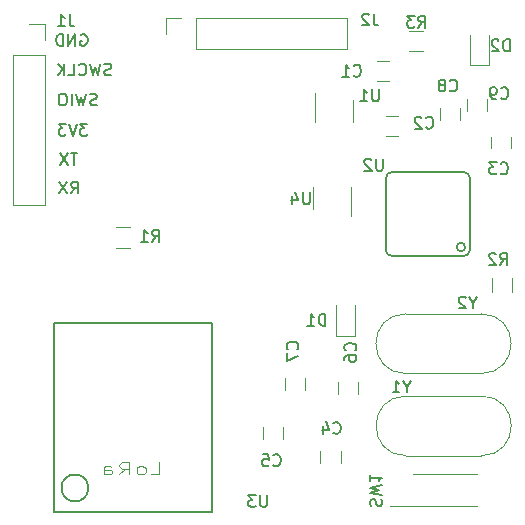
<source format=gbo>
G04 #@! TF.GenerationSoftware,KiCad,Pcbnew,5.1.7-a382d34a8~88~ubuntu18.04.1*
G04 #@! TF.CreationDate,2021-07-31T18:48:42+05:30*
G04 #@! TF.ProjectId,FrontEnd_HeavyDevice_v1,46726f6e-7445-46e6-945f-486561767944,rev?*
G04 #@! TF.SameCoordinates,Original*
G04 #@! TF.FileFunction,Legend,Bot*
G04 #@! TF.FilePolarity,Positive*
%FSLAX46Y46*%
G04 Gerber Fmt 4.6, Leading zero omitted, Abs format (unit mm)*
G04 Created by KiCad (PCBNEW 5.1.7-a382d34a8~88~ubuntu18.04.1) date 2021-07-31 18:48:42*
%MOMM*%
%LPD*%
G01*
G04 APERTURE LIST*
%ADD10C,0.150000*%
%ADD11C,0.120000*%
%ADD12C,0.125000*%
G04 APERTURE END LIST*
D10*
X102198466Y-91412320D02*
X102531800Y-90936130D01*
X102769895Y-91412320D02*
X102769895Y-90412320D01*
X102388942Y-90412320D01*
X102293704Y-90459940D01*
X102246085Y-90507559D01*
X102198466Y-90602797D01*
X102198466Y-90745654D01*
X102246085Y-90840892D01*
X102293704Y-90888511D01*
X102388942Y-90936130D01*
X102769895Y-90936130D01*
X101865133Y-90412320D02*
X101198466Y-91412320D01*
X101198466Y-90412320D02*
X101865133Y-91412320D01*
X102720044Y-88004400D02*
X102148616Y-88004400D01*
X102434330Y-89004400D02*
X102434330Y-88004400D01*
X101910520Y-88004400D02*
X101243854Y-89004400D01*
X101243854Y-88004400D02*
X101910520Y-89004400D01*
X103559455Y-85525360D02*
X102940407Y-85525360D01*
X103273740Y-85906313D01*
X103130883Y-85906313D01*
X103035645Y-85953932D01*
X102988026Y-86001551D01*
X102940407Y-86096789D01*
X102940407Y-86334884D01*
X102988026Y-86430122D01*
X103035645Y-86477741D01*
X103130883Y-86525360D01*
X103416598Y-86525360D01*
X103511836Y-86477741D01*
X103559455Y-86430122D01*
X102654693Y-85525360D02*
X102321360Y-86525360D01*
X101988026Y-85525360D01*
X101749931Y-85525360D02*
X101130883Y-85525360D01*
X101464217Y-85906313D01*
X101321360Y-85906313D01*
X101226121Y-85953932D01*
X101178502Y-86001551D01*
X101130883Y-86096789D01*
X101130883Y-86334884D01*
X101178502Y-86430122D01*
X101226121Y-86477741D01*
X101321360Y-86525360D01*
X101607074Y-86525360D01*
X101702312Y-86477741D01*
X101749931Y-86430122D01*
X105576404Y-81382501D02*
X105433547Y-81430120D01*
X105195452Y-81430120D01*
X105100214Y-81382501D01*
X105052595Y-81334882D01*
X105004976Y-81239644D01*
X105004976Y-81144406D01*
X105052595Y-81049168D01*
X105100214Y-81001549D01*
X105195452Y-80953930D01*
X105385928Y-80906311D01*
X105481166Y-80858692D01*
X105528785Y-80811073D01*
X105576404Y-80715835D01*
X105576404Y-80620597D01*
X105528785Y-80525359D01*
X105481166Y-80477740D01*
X105385928Y-80430120D01*
X105147833Y-80430120D01*
X105004976Y-80477740D01*
X104671642Y-80430120D02*
X104433547Y-81430120D01*
X104243071Y-80715835D01*
X104052595Y-81430120D01*
X103814500Y-80430120D01*
X102862119Y-81334882D02*
X102909738Y-81382501D01*
X103052595Y-81430120D01*
X103147833Y-81430120D01*
X103290690Y-81382501D01*
X103385928Y-81287263D01*
X103433547Y-81192025D01*
X103481166Y-81001549D01*
X103481166Y-80858692D01*
X103433547Y-80668216D01*
X103385928Y-80572978D01*
X103290690Y-80477740D01*
X103147833Y-80430120D01*
X103052595Y-80430120D01*
X102909738Y-80477740D01*
X102862119Y-80525359D01*
X101957357Y-81430120D02*
X102433547Y-81430120D01*
X102433547Y-80430120D01*
X101624023Y-81430120D02*
X101624023Y-80430120D01*
X101052595Y-81430120D02*
X101481166Y-80858692D01*
X101052595Y-80430120D02*
X101624023Y-81001549D01*
X104379827Y-83925041D02*
X104236970Y-83972660D01*
X103998875Y-83972660D01*
X103903637Y-83925041D01*
X103856018Y-83877422D01*
X103808399Y-83782184D01*
X103808399Y-83686946D01*
X103856018Y-83591708D01*
X103903637Y-83544089D01*
X103998875Y-83496470D01*
X104189351Y-83448851D01*
X104284589Y-83401232D01*
X104332208Y-83353613D01*
X104379827Y-83258375D01*
X104379827Y-83163137D01*
X104332208Y-83067899D01*
X104284589Y-83020280D01*
X104189351Y-82972660D01*
X103951256Y-82972660D01*
X103808399Y-83020280D01*
X103475065Y-82972660D02*
X103236970Y-83972660D01*
X103046494Y-83258375D01*
X102856018Y-83972660D01*
X102617922Y-82972660D01*
X102236970Y-83972660D02*
X102236970Y-82972660D01*
X101570303Y-82972660D02*
X101379827Y-82972660D01*
X101284589Y-83020280D01*
X101189351Y-83115518D01*
X101141732Y-83305994D01*
X101141732Y-83639327D01*
X101189351Y-83829803D01*
X101284589Y-83925041D01*
X101379827Y-83972660D01*
X101570303Y-83972660D01*
X101665541Y-83925041D01*
X101760780Y-83829803D01*
X101808399Y-83639327D01*
X101808399Y-83305994D01*
X101760780Y-83115518D01*
X101665541Y-83020280D01*
X101570303Y-82972660D01*
X103012144Y-77988540D02*
X103107382Y-77940920D01*
X103250240Y-77940920D01*
X103393097Y-77988540D01*
X103488335Y-78083778D01*
X103535954Y-78179016D01*
X103583573Y-78369492D01*
X103583573Y-78512349D01*
X103535954Y-78702825D01*
X103488335Y-78798063D01*
X103393097Y-78893301D01*
X103250240Y-78940920D01*
X103155001Y-78940920D01*
X103012144Y-78893301D01*
X102964525Y-78845682D01*
X102964525Y-78512349D01*
X103155001Y-78512349D01*
X102535954Y-78940920D02*
X102535954Y-77940920D01*
X101964525Y-78940920D01*
X101964525Y-77940920D01*
X101488335Y-78940920D02*
X101488335Y-77940920D01*
X101250240Y-77940920D01*
X101107382Y-77988540D01*
X101012144Y-78083778D01*
X100964525Y-78179016D01*
X100916906Y-78369492D01*
X100916906Y-78512349D01*
X100964525Y-78702825D01*
X101012144Y-78798063D01*
X101107382Y-78893301D01*
X101250240Y-78940920D01*
X101488335Y-78940920D01*
D11*
X110210000Y-76560000D02*
X110210000Y-77890000D01*
X111540000Y-76560000D02*
X110210000Y-76560000D01*
X112810000Y-76560000D02*
X112810000Y-79220000D01*
X112810000Y-79220000D02*
X125570000Y-79220000D01*
X112810000Y-76560000D02*
X125570000Y-76560000D01*
X125570000Y-76560000D02*
X125570000Y-79220000D01*
X99953100Y-77069600D02*
X98623100Y-77069600D01*
X99953100Y-78399600D02*
X99953100Y-77069600D01*
X99953100Y-79669600D02*
X97293100Y-79669600D01*
X97293100Y-79669600D02*
X97293100Y-92429600D01*
X99953100Y-79669600D02*
X99953100Y-92429600D01*
X99953100Y-92429600D02*
X97293100Y-92429600D01*
D10*
X135448000Y-96720700D02*
X129352000Y-96720700D01*
X128844000Y-96212700D02*
X128844000Y-90116700D01*
X129352000Y-89608700D02*
X135448000Y-89608700D01*
X135956000Y-90116700D02*
X135956000Y-96212700D01*
X135553210Y-95958700D02*
G75*
G03*
X135553210Y-95958700I-359210J0D01*
G01*
X128844000Y-90116700D02*
G75*
G02*
X129352000Y-89608700I508000J0D01*
G01*
X129352000Y-96720700D02*
G75*
G02*
X128844000Y-96212700I0J508000D01*
G01*
X135448000Y-89608700D02*
G75*
G02*
X135956000Y-90116700I0J-508000D01*
G01*
X135956000Y-96212700D02*
G75*
G02*
X135448000Y-96720700I-508000J0D01*
G01*
D11*
X129088000Y-81937000D02*
X128088000Y-81937000D01*
X128088000Y-80237000D02*
X129088000Y-80237000D01*
X128847000Y-84900400D02*
X129847000Y-84900400D01*
X129847000Y-86600400D02*
X128847000Y-86600400D01*
X139463000Y-86614400D02*
X139463000Y-87614400D01*
X137763000Y-87614400D02*
X137763000Y-86614400D01*
X125003000Y-113241000D02*
X125003000Y-114241000D01*
X123303000Y-114241000D02*
X123303000Y-113241000D01*
X118416000Y-112199000D02*
X118416000Y-111199000D01*
X120116000Y-111199000D02*
X120116000Y-112199000D01*
X124761000Y-108404000D02*
X124761000Y-107404000D01*
X126461000Y-107404000D02*
X126461000Y-108404000D01*
X122026000Y-107064000D02*
X122026000Y-108064000D01*
X120326000Y-108064000D02*
X120326000Y-107064000D01*
X133440000Y-85181100D02*
X133440000Y-84181100D01*
X135140000Y-84181100D02*
X135140000Y-85181100D01*
X137388000Y-83443700D02*
X137388000Y-84443700D01*
X135688000Y-84443700D02*
X135688000Y-83443700D01*
X126230000Y-103451000D02*
X124630000Y-103451000D01*
X124630000Y-103451000D02*
X124630000Y-100851000D01*
X126230000Y-103451000D02*
X126230000Y-100851000D01*
X137538000Y-80586400D02*
X137538000Y-77986400D01*
X135938000Y-80586400D02*
X135938000Y-77986400D01*
X137538000Y-80586400D02*
X135938000Y-80586400D01*
X105956000Y-96048700D02*
X107156000Y-96048700D01*
X107156000Y-94288700D02*
X105956000Y-94288700D01*
X137791000Y-98581900D02*
X137791000Y-99781900D01*
X139551000Y-99781900D02*
X139551000Y-98581900D01*
X131974000Y-77636500D02*
X130774000Y-77636500D01*
X130774000Y-79396500D02*
X131974000Y-79396500D01*
X131135000Y-115205000D02*
X136535000Y-115205000D01*
X129225000Y-117865000D02*
X136535000Y-117865000D01*
X122840000Y-85334700D02*
X122840000Y-82884700D01*
X126060000Y-83534700D02*
X126060000Y-85334700D01*
D10*
X103654175Y-116360000D02*
G75*
G03*
X103654175Y-116360000I-1140175J0D01*
G01*
X100714000Y-102360000D02*
X100714000Y-118360000D01*
X100714000Y-118360000D02*
X114114000Y-118360000D01*
X114114000Y-118360000D02*
X114114000Y-102370000D01*
X114114000Y-102370000D02*
X100714000Y-102360000D01*
D11*
X122675000Y-92718500D02*
X122675000Y-90918500D01*
X125895000Y-90918500D02*
X125895000Y-93368500D01*
X136937000Y-108572000D02*
X130537000Y-108572000D01*
X136937000Y-113622000D02*
X130537000Y-113622000D01*
X136937000Y-113622000D02*
G75*
G03*
X136937000Y-108572000I0J2525000D01*
G01*
X130537000Y-113622000D02*
G75*
G02*
X130537000Y-108572000I0J2525000D01*
G01*
X136922000Y-106665000D02*
X130522000Y-106665000D01*
X136922000Y-101615000D02*
X130522000Y-101615000D01*
X130522000Y-106665000D02*
G75*
G02*
X130522000Y-101615000I0J2525000D01*
G01*
X136922000Y-106665000D02*
G75*
G03*
X136922000Y-101615000I0J2525000D01*
G01*
D10*
X127818473Y-76188320D02*
X127818473Y-76902606D01*
X127866092Y-77045463D01*
X127961330Y-77140701D01*
X128104187Y-77188320D01*
X128199425Y-77188320D01*
X127389901Y-76283559D02*
X127342282Y-76235940D01*
X127247044Y-76188320D01*
X127008949Y-76188320D01*
X126913711Y-76235940D01*
X126866092Y-76283559D01*
X126818473Y-76378797D01*
X126818473Y-76474035D01*
X126866092Y-76616892D01*
X127437520Y-77188320D01*
X126818473Y-77188320D01*
X102073013Y-76261940D02*
X102073013Y-76976226D01*
X102120632Y-77119083D01*
X102215870Y-77214321D01*
X102358727Y-77261940D01*
X102453965Y-77261940D01*
X101073013Y-77261940D02*
X101644441Y-77261940D01*
X101358727Y-77261940D02*
X101358727Y-76261940D01*
X101453965Y-76404798D01*
X101549203Y-76500036D01*
X101644441Y-76547655D01*
X128589924Y-88494660D02*
X128589924Y-89304184D01*
X128542305Y-89399422D01*
X128494686Y-89447041D01*
X128399448Y-89494660D01*
X128208972Y-89494660D01*
X128113734Y-89447041D01*
X128066115Y-89399422D01*
X128018496Y-89304184D01*
X128018496Y-88494660D01*
X127589924Y-88589899D02*
X127542305Y-88542280D01*
X127447067Y-88494660D01*
X127208972Y-88494660D01*
X127113734Y-88542280D01*
X127066115Y-88589899D01*
X127018496Y-88685137D01*
X127018496Y-88780375D01*
X127066115Y-88923232D01*
X127637543Y-89494660D01*
X127018496Y-89494660D01*
X126107986Y-81431442D02*
X126155605Y-81479061D01*
X126298462Y-81526680D01*
X126393700Y-81526680D01*
X126536558Y-81479061D01*
X126631796Y-81383823D01*
X126679415Y-81288585D01*
X126727034Y-81098109D01*
X126727034Y-80955252D01*
X126679415Y-80764776D01*
X126631796Y-80669538D01*
X126536558Y-80574300D01*
X126393700Y-80526680D01*
X126298462Y-80526680D01*
X126155605Y-80574300D01*
X126107986Y-80621919D01*
X125155605Y-81526680D02*
X125727034Y-81526680D01*
X125441320Y-81526680D02*
X125441320Y-80526680D01*
X125536558Y-80669538D01*
X125631796Y-80764776D01*
X125727034Y-80812395D01*
X132235786Y-85835762D02*
X132283405Y-85883381D01*
X132426262Y-85931000D01*
X132521500Y-85931000D01*
X132664358Y-85883381D01*
X132759596Y-85788143D01*
X132807215Y-85692905D01*
X132854834Y-85502429D01*
X132854834Y-85359572D01*
X132807215Y-85169096D01*
X132759596Y-85073858D01*
X132664358Y-84978620D01*
X132521500Y-84931000D01*
X132426262Y-84931000D01*
X132283405Y-84978620D01*
X132235786Y-85026239D01*
X131854834Y-85026239D02*
X131807215Y-84978620D01*
X131711977Y-84931000D01*
X131473881Y-84931000D01*
X131378643Y-84978620D01*
X131331024Y-85026239D01*
X131283405Y-85121477D01*
X131283405Y-85216715D01*
X131331024Y-85359572D01*
X131902453Y-85931000D01*
X131283405Y-85931000D01*
X138566306Y-89696582D02*
X138613925Y-89744201D01*
X138756782Y-89791820D01*
X138852020Y-89791820D01*
X138994878Y-89744201D01*
X139090116Y-89648963D01*
X139137735Y-89553725D01*
X139185354Y-89363249D01*
X139185354Y-89220392D01*
X139137735Y-89029916D01*
X139090116Y-88934678D01*
X138994878Y-88839440D01*
X138852020Y-88791820D01*
X138756782Y-88791820D01*
X138613925Y-88839440D01*
X138566306Y-88887059D01*
X138232973Y-88791820D02*
X137613925Y-88791820D01*
X137947259Y-89172773D01*
X137804401Y-89172773D01*
X137709163Y-89220392D01*
X137661544Y-89268011D01*
X137613925Y-89363249D01*
X137613925Y-89601344D01*
X137661544Y-89696582D01*
X137709163Y-89744201D01*
X137804401Y-89791820D01*
X138090116Y-89791820D01*
X138185354Y-89744201D01*
X138232973Y-89696582D01*
X124400946Y-111680062D02*
X124448565Y-111727681D01*
X124591422Y-111775300D01*
X124686660Y-111775300D01*
X124829518Y-111727681D01*
X124924756Y-111632443D01*
X124972375Y-111537205D01*
X125019994Y-111346729D01*
X125019994Y-111203872D01*
X124972375Y-111013396D01*
X124924756Y-110918158D01*
X124829518Y-110822920D01*
X124686660Y-110775300D01*
X124591422Y-110775300D01*
X124448565Y-110822920D01*
X124400946Y-110870539D01*
X123543803Y-111108634D02*
X123543803Y-111775300D01*
X123781899Y-110727681D02*
X124019994Y-111441967D01*
X123400946Y-111441967D01*
X119318366Y-114418342D02*
X119365985Y-114465961D01*
X119508842Y-114513580D01*
X119604080Y-114513580D01*
X119746938Y-114465961D01*
X119842176Y-114370723D01*
X119889795Y-114275485D01*
X119937414Y-114085009D01*
X119937414Y-113942152D01*
X119889795Y-113751676D01*
X119842176Y-113656438D01*
X119746938Y-113561200D01*
X119604080Y-113513580D01*
X119508842Y-113513580D01*
X119365985Y-113561200D01*
X119318366Y-113608819D01*
X118413604Y-113513580D02*
X118889795Y-113513580D01*
X118937414Y-113989771D01*
X118889795Y-113942152D01*
X118794557Y-113894533D01*
X118556461Y-113894533D01*
X118461223Y-113942152D01*
X118413604Y-113989771D01*
X118365985Y-114085009D01*
X118365985Y-114323104D01*
X118413604Y-114418342D01*
X118461223Y-114465961D01*
X118556461Y-114513580D01*
X118794557Y-114513580D01*
X118889795Y-114465961D01*
X118937414Y-114418342D01*
X126239922Y-104702033D02*
X126287541Y-104654414D01*
X126335160Y-104511557D01*
X126335160Y-104416319D01*
X126287541Y-104273461D01*
X126192303Y-104178223D01*
X126097065Y-104130604D01*
X125906589Y-104082985D01*
X125763732Y-104082985D01*
X125573256Y-104130604D01*
X125478018Y-104178223D01*
X125382780Y-104273461D01*
X125335160Y-104416319D01*
X125335160Y-104511557D01*
X125382780Y-104654414D01*
X125430399Y-104702033D01*
X125335160Y-105559176D02*
X125335160Y-105368700D01*
X125382780Y-105273461D01*
X125430399Y-105225842D01*
X125573256Y-105130604D01*
X125763732Y-105082985D01*
X126144684Y-105082985D01*
X126239922Y-105130604D01*
X126287541Y-105178223D01*
X126335160Y-105273461D01*
X126335160Y-105463938D01*
X126287541Y-105559176D01*
X126239922Y-105606795D01*
X126144684Y-105654414D01*
X125906589Y-105654414D01*
X125811351Y-105606795D01*
X125763732Y-105559176D01*
X125716113Y-105463938D01*
X125716113Y-105273461D01*
X125763732Y-105178223D01*
X125811351Y-105130604D01*
X125906589Y-105082985D01*
X121347722Y-104600793D02*
X121395341Y-104553174D01*
X121442960Y-104410317D01*
X121442960Y-104315079D01*
X121395341Y-104172221D01*
X121300103Y-104076983D01*
X121204865Y-104029364D01*
X121014389Y-103981745D01*
X120871532Y-103981745D01*
X120681056Y-104029364D01*
X120585818Y-104076983D01*
X120490580Y-104172221D01*
X120442960Y-104315079D01*
X120442960Y-104410317D01*
X120490580Y-104553174D01*
X120538199Y-104600793D01*
X120442960Y-104934126D02*
X120442960Y-105600793D01*
X121442960Y-105172221D01*
X134263626Y-82691282D02*
X134311245Y-82738901D01*
X134454102Y-82786520D01*
X134549340Y-82786520D01*
X134692198Y-82738901D01*
X134787436Y-82643663D01*
X134835055Y-82548425D01*
X134882674Y-82357949D01*
X134882674Y-82215092D01*
X134835055Y-82024616D01*
X134787436Y-81929378D01*
X134692198Y-81834140D01*
X134549340Y-81786520D01*
X134454102Y-81786520D01*
X134311245Y-81834140D01*
X134263626Y-81881759D01*
X133692198Y-82215092D02*
X133787436Y-82167473D01*
X133835055Y-82119854D01*
X133882674Y-82024616D01*
X133882674Y-81976997D01*
X133835055Y-81881759D01*
X133787436Y-81834140D01*
X133692198Y-81786520D01*
X133501721Y-81786520D01*
X133406483Y-81834140D01*
X133358864Y-81881759D01*
X133311245Y-81976997D01*
X133311245Y-82024616D01*
X133358864Y-82119854D01*
X133406483Y-82167473D01*
X133501721Y-82215092D01*
X133692198Y-82215092D01*
X133787436Y-82262711D01*
X133835055Y-82310330D01*
X133882674Y-82405568D01*
X133882674Y-82596044D01*
X133835055Y-82691282D01*
X133787436Y-82738901D01*
X133692198Y-82786520D01*
X133501721Y-82786520D01*
X133406483Y-82738901D01*
X133358864Y-82691282D01*
X133311245Y-82596044D01*
X133311245Y-82405568D01*
X133358864Y-82310330D01*
X133406483Y-82262711D01*
X133501721Y-82215092D01*
X138604586Y-83336402D02*
X138652205Y-83384021D01*
X138795062Y-83431640D01*
X138890300Y-83431640D01*
X139033158Y-83384021D01*
X139128396Y-83288783D01*
X139176015Y-83193545D01*
X139223634Y-83003069D01*
X139223634Y-82860212D01*
X139176015Y-82669736D01*
X139128396Y-82574498D01*
X139033158Y-82479260D01*
X138890300Y-82431640D01*
X138795062Y-82431640D01*
X138652205Y-82479260D01*
X138604586Y-82526879D01*
X138128396Y-83431640D02*
X137937920Y-83431640D01*
X137842681Y-83384021D01*
X137795062Y-83336402D01*
X137699824Y-83193545D01*
X137652205Y-83003069D01*
X137652205Y-82622117D01*
X137699824Y-82526879D01*
X137747443Y-82479260D01*
X137842681Y-82431640D01*
X138033158Y-82431640D01*
X138128396Y-82479260D01*
X138176015Y-82526879D01*
X138223634Y-82622117D01*
X138223634Y-82860212D01*
X138176015Y-82955450D01*
X138128396Y-83003069D01*
X138033158Y-83050688D01*
X137842681Y-83050688D01*
X137747443Y-83003069D01*
X137699824Y-82955450D01*
X137652205Y-82860212D01*
X123725035Y-102610740D02*
X123725035Y-101610740D01*
X123486940Y-101610740D01*
X123344082Y-101658360D01*
X123248844Y-101753598D01*
X123201225Y-101848836D01*
X123153606Y-102039312D01*
X123153606Y-102182169D01*
X123201225Y-102372645D01*
X123248844Y-102467883D01*
X123344082Y-102563121D01*
X123486940Y-102610740D01*
X123725035Y-102610740D01*
X122201225Y-102610740D02*
X122772654Y-102610740D01*
X122486940Y-102610740D02*
X122486940Y-101610740D01*
X122582178Y-101753598D01*
X122677416Y-101848836D01*
X122772654Y-101896455D01*
X139315355Y-79387960D02*
X139315355Y-78387960D01*
X139077260Y-78387960D01*
X138934402Y-78435580D01*
X138839164Y-78530818D01*
X138791545Y-78626056D01*
X138743926Y-78816532D01*
X138743926Y-78959389D01*
X138791545Y-79149865D01*
X138839164Y-79245103D01*
X138934402Y-79340341D01*
X139077260Y-79387960D01*
X139315355Y-79387960D01*
X138362974Y-78483199D02*
X138315355Y-78435580D01*
X138220117Y-78387960D01*
X137982021Y-78387960D01*
X137886783Y-78435580D01*
X137839164Y-78483199D01*
X137791545Y-78578437D01*
X137791545Y-78673675D01*
X137839164Y-78816532D01*
X138410593Y-79387960D01*
X137791545Y-79387960D01*
X109059426Y-95491960D02*
X109392760Y-95015770D01*
X109630855Y-95491960D02*
X109630855Y-94491960D01*
X109249902Y-94491960D01*
X109154664Y-94539580D01*
X109107045Y-94587199D01*
X109059426Y-94682437D01*
X109059426Y-94825294D01*
X109107045Y-94920532D01*
X109154664Y-94968151D01*
X109249902Y-95015770D01*
X109630855Y-95015770D01*
X108107045Y-95491960D02*
X108678474Y-95491960D01*
X108392760Y-95491960D02*
X108392760Y-94491960D01*
X108487998Y-94634818D01*
X108583236Y-94730056D01*
X108678474Y-94777675D01*
X138525246Y-97465120D02*
X138858580Y-96988930D01*
X139096675Y-97465120D02*
X139096675Y-96465120D01*
X138715722Y-96465120D01*
X138620484Y-96512740D01*
X138572865Y-96560359D01*
X138525246Y-96655597D01*
X138525246Y-96798454D01*
X138572865Y-96893692D01*
X138620484Y-96941311D01*
X138715722Y-96988930D01*
X139096675Y-96988930D01*
X138144294Y-96560359D02*
X138096675Y-96512740D01*
X138001437Y-96465120D01*
X137763341Y-96465120D01*
X137668103Y-96512740D01*
X137620484Y-96560359D01*
X137572865Y-96655597D01*
X137572865Y-96750835D01*
X137620484Y-96893692D01*
X138191913Y-97465120D01*
X137572865Y-97465120D01*
X131604166Y-77381380D02*
X131937500Y-76905190D01*
X132175595Y-77381380D02*
X132175595Y-76381380D01*
X131794642Y-76381380D01*
X131699404Y-76429000D01*
X131651785Y-76476619D01*
X131604166Y-76571857D01*
X131604166Y-76714714D01*
X131651785Y-76809952D01*
X131699404Y-76857571D01*
X131794642Y-76905190D01*
X132175595Y-76905190D01*
X131270833Y-76381380D02*
X130651785Y-76381380D01*
X130985119Y-76762333D01*
X130842261Y-76762333D01*
X130747023Y-76809952D01*
X130699404Y-76857571D01*
X130651785Y-76952809D01*
X130651785Y-77190904D01*
X130699404Y-77286142D01*
X130747023Y-77333761D01*
X130842261Y-77381380D01*
X131127976Y-77381380D01*
X131223214Y-77333761D01*
X131270833Y-77286142D01*
X127565378Y-117891193D02*
X127517759Y-117748336D01*
X127517759Y-117510240D01*
X127565378Y-117415002D01*
X127612997Y-117367383D01*
X127708235Y-117319764D01*
X127803473Y-117319764D01*
X127898711Y-117367383D01*
X127946330Y-117415002D01*
X127993949Y-117510240D01*
X128041568Y-117700717D01*
X128089187Y-117795955D01*
X128136806Y-117843574D01*
X128232044Y-117891193D01*
X128327282Y-117891193D01*
X128422520Y-117843574D01*
X128470140Y-117795955D01*
X128517759Y-117700717D01*
X128517759Y-117462621D01*
X128470140Y-117319764D01*
X128517759Y-116986431D02*
X127517759Y-116748336D01*
X128232044Y-116557860D01*
X127517759Y-116367383D01*
X128517759Y-116129288D01*
X127517759Y-115224526D02*
X127517759Y-115795955D01*
X127517759Y-115510240D02*
X128517759Y-115510240D01*
X128374901Y-115605479D01*
X128279663Y-115700717D01*
X128232044Y-115795955D01*
X128247204Y-82606920D02*
X128247204Y-83416444D01*
X128199585Y-83511682D01*
X128151966Y-83559301D01*
X128056728Y-83606920D01*
X127866252Y-83606920D01*
X127771014Y-83559301D01*
X127723395Y-83511682D01*
X127675776Y-83416444D01*
X127675776Y-82606920D01*
X126675776Y-83606920D02*
X127247204Y-83606920D01*
X126961490Y-83606920D02*
X126961490Y-82606920D01*
X127056728Y-82749778D01*
X127151966Y-82845016D01*
X127247204Y-82892635D01*
X118779964Y-116967560D02*
X118779964Y-117777084D01*
X118732345Y-117872322D01*
X118684726Y-117919941D01*
X118589488Y-117967560D01*
X118399012Y-117967560D01*
X118303774Y-117919941D01*
X118256155Y-117872322D01*
X118208536Y-117777084D01*
X118208536Y-116967560D01*
X117827583Y-116967560D02*
X117208536Y-116967560D01*
X117541869Y-117348513D01*
X117399012Y-117348513D01*
X117303774Y-117396132D01*
X117256155Y-117443751D01*
X117208536Y-117538989D01*
X117208536Y-117777084D01*
X117256155Y-117872322D01*
X117303774Y-117919941D01*
X117399012Y-117967560D01*
X117684726Y-117967560D01*
X117779964Y-117919941D01*
X117827583Y-117872322D01*
D12*
X108946857Y-115192380D02*
X109661142Y-115192380D01*
X109661142Y-114192380D01*
X108232571Y-115192380D02*
X108375428Y-115144761D01*
X108446857Y-115097142D01*
X108518285Y-115001904D01*
X108518285Y-114716190D01*
X108446857Y-114620952D01*
X108375428Y-114573333D01*
X108232571Y-114525714D01*
X108018285Y-114525714D01*
X107875428Y-114573333D01*
X107804000Y-114620952D01*
X107732571Y-114716190D01*
X107732571Y-115001904D01*
X107804000Y-115097142D01*
X107875428Y-115144761D01*
X108018285Y-115192380D01*
X108232571Y-115192380D01*
X106232571Y-115192380D02*
X106732571Y-114716190D01*
X107089714Y-115192380D02*
X107089714Y-114192380D01*
X106518285Y-114192380D01*
X106375428Y-114240000D01*
X106304000Y-114287619D01*
X106232571Y-114382857D01*
X106232571Y-114525714D01*
X106304000Y-114620952D01*
X106375428Y-114668571D01*
X106518285Y-114716190D01*
X107089714Y-114716190D01*
X104946857Y-115192380D02*
X104946857Y-114668571D01*
X105018285Y-114573333D01*
X105161142Y-114525714D01*
X105446857Y-114525714D01*
X105589714Y-114573333D01*
X104946857Y-115144761D02*
X105089714Y-115192380D01*
X105446857Y-115192380D01*
X105589714Y-115144761D01*
X105661142Y-115049523D01*
X105661142Y-114954285D01*
X105589714Y-114859047D01*
X105446857Y-114811428D01*
X105089714Y-114811428D01*
X104946857Y-114763809D01*
D10*
X122400224Y-91324220D02*
X122400224Y-92133744D01*
X122352605Y-92228982D01*
X122304986Y-92276601D01*
X122209748Y-92324220D01*
X122019272Y-92324220D01*
X121924034Y-92276601D01*
X121876415Y-92228982D01*
X121828796Y-92133744D01*
X121828796Y-91324220D01*
X120924034Y-91657554D02*
X120924034Y-92324220D01*
X121162129Y-91276601D02*
X121400224Y-91990887D01*
X120781177Y-91990887D01*
X130615610Y-107796590D02*
X130615610Y-108272780D01*
X130948943Y-107272780D02*
X130615610Y-107796590D01*
X130282277Y-107272780D01*
X129425134Y-108272780D02*
X129996562Y-108272780D01*
X129710848Y-108272780D02*
X129710848Y-107272780D01*
X129806086Y-107415638D01*
X129901324Y-107510876D01*
X129996562Y-107558495D01*
X136219090Y-100671950D02*
X136219090Y-101148140D01*
X136552423Y-100148140D02*
X136219090Y-100671950D01*
X135885757Y-100148140D01*
X135600042Y-100243379D02*
X135552423Y-100195760D01*
X135457185Y-100148140D01*
X135219090Y-100148140D01*
X135123852Y-100195760D01*
X135076233Y-100243379D01*
X135028614Y-100338617D01*
X135028614Y-100433855D01*
X135076233Y-100576712D01*
X135647661Y-101148140D01*
X135028614Y-101148140D01*
M02*

</source>
